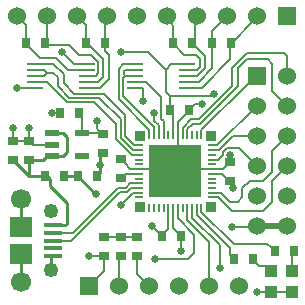
<source format=gtl>
G04*
G04 #@! TF.GenerationSoftware,Altium Limited,Altium Designer,20.1.10 (176)*
G04*
G04 Layer_Physical_Order=1*
G04 Layer_Color=255*
%FSLAX25Y25*%
%MOIN*%
G70*
G04*
G04 #@! TF.SameCoordinates,6E20D0A3-D42C-41D8-968C-EC961EFE1350*
G04*
G04*
G04 #@! TF.FilePolarity,Positive*
G04*
G01*
G75*
%ADD14C,0.00800*%
%ADD16C,0.01000*%
%ADD19R,0.04000X0.04000*%
%ADD20R,0.03150X0.03543*%
%ADD21R,0.05906X0.01575*%
%ADD22R,0.07480X0.07087*%
G04:AMPARAMS|DCode=23|XSize=35.43mil|YSize=35.43mil|CornerRadius=8.86mil|HoleSize=0mil|Usage=FLASHONLY|Rotation=90.000|XOffset=0mil|YOffset=0mil|HoleType=Round|Shape=RoundedRectangle|*
%AMROUNDEDRECTD23*
21,1,0.03543,0.01772,0,0,90.0*
21,1,0.01772,0.03543,0,0,90.0*
1,1,0.01772,0.00886,0.00886*
1,1,0.01772,0.00886,-0.00886*
1,1,0.01772,-0.00886,-0.00886*
1,1,0.01772,-0.00886,0.00886*
%
%ADD23ROUNDEDRECTD23*%
%ADD24O,0.03150X0.00787*%
%ADD25O,0.00787X0.03150*%
%ADD26R,0.17717X0.17717*%
%ADD27O,0.05512X0.00984*%
%ADD28R,0.03543X0.03150*%
%ADD29R,0.05000X0.02000*%
%ADD47C,0.02000*%
%ADD48C,0.06000*%
%ADD49R,0.06000X0.06000*%
%ADD50C,0.06693*%
%ADD51C,0.04921*%
%ADD52R,0.06000X0.06000*%
%ADD53C,0.02500*%
D14*
X85000Y3000D02*
X89500D01*
X76026Y15175D02*
X77201Y14000D01*
X76026Y15175D02*
Y17474D01*
X64888Y28612D02*
X76026Y17474D01*
X72500Y11000D02*
Y18520D01*
X63307Y27713D02*
X72500Y18520D01*
X64882Y30882D02*
X64888Y30876D01*
Y28612D02*
Y30876D01*
X66457Y29713D02*
Y30882D01*
Y29713D02*
X77170Y19000D01*
X88350D01*
X76500Y24500D02*
X84500D01*
X85000Y25000D01*
X90850Y16500D02*
Y16697D01*
X89676Y17872D02*
X90850Y16697D01*
X89479Y17872D02*
X89676D01*
X88350Y19000D02*
X89479Y17872D01*
X96500Y10000D02*
Y15850D01*
X97150Y16500D01*
X87900Y11600D02*
X89500Y10000D01*
X85703Y11600D02*
X87900D01*
X83500Y13803D02*
X85703Y11600D01*
X83500Y13803D02*
Y14000D01*
X89500Y3000D02*
X96500D01*
X66457Y55291D02*
Y56853D01*
X76150Y85500D02*
Y85697D01*
X70000Y77500D02*
Y85453D01*
X69850Y89850D02*
X75000Y95000D01*
X69850Y85500D02*
Y89850D01*
X66563Y71063D02*
X76000Y80500D01*
Y85000D01*
X76150Y85697D02*
X83953Y93500D01*
X66457Y56853D02*
X82003Y72400D01*
X63307Y27713D02*
Y30882D01*
X38684Y37684D02*
X41184D01*
X17035Y22559D02*
X23559D01*
X38684Y37684D01*
X23000Y20000D02*
X39284Y36284D01*
X41784D01*
X17035Y20000D02*
X23000D01*
X62150Y63500D02*
X64150Y65500D01*
X66500D01*
X65489Y60469D02*
X76500Y71480D01*
X66069Y59069D02*
X78500Y71500D01*
X63539Y59069D02*
X66069D01*
X78500Y71500D02*
Y77500D01*
X62959Y60469D02*
X65489D01*
X76500Y71480D02*
Y77500D01*
X16500Y62500D02*
X19350D01*
X78500Y33000D02*
X80000Y34500D01*
X76000Y33000D02*
X78500D01*
X76500Y30000D02*
X87000D01*
X72075Y34425D02*
X76500Y30000D01*
X73000Y36000D02*
X76000Y33000D01*
X77000Y37500D02*
Y38850D01*
X80000Y37500D02*
X82500Y40000D01*
X80000Y34500D02*
Y37500D01*
X90000Y50000D02*
X93500Y53500D01*
X90000Y43000D02*
Y50000D01*
X87000Y40000D02*
X90000Y43000D01*
Y40000D02*
X94500Y44500D01*
X90000Y33000D02*
Y40000D01*
X87000Y30000D02*
X90000Y33000D01*
X82500Y40000D02*
X87000D01*
X73354Y42299D02*
X76153Y39500D01*
X76350D02*
X77000Y38850D01*
X70000Y34425D02*
X72075D01*
X76153Y39500D02*
X76350D01*
X70000Y36000D02*
X73000D01*
X76000Y39850D02*
X76350Y39500D01*
X94500Y44500D02*
X95500D01*
X69650Y68150D02*
X70500Y69000D01*
X55850Y68150D02*
X69650D01*
X57008Y24339D02*
X60000Y21347D01*
X39500Y31880D02*
X43613Y35994D01*
X39500Y31825D02*
Y31880D01*
X45584Y35994D02*
X45591Y36000D01*
X43613Y35994D02*
X45584D01*
X45591Y43874D02*
X57008D01*
X57795Y43087D01*
X58583Y43874D02*
Y55291D01*
X57795Y43087D02*
X58583Y43874D01*
X70000D01*
X54500Y69500D02*
Y77000D01*
X39500Y83000D02*
X48500D01*
X54500Y77000D02*
Y77000D01*
X48500Y83000D02*
X54500Y77000D01*
X56437Y78937D02*
X61661D01*
X54500Y77000D02*
X56437Y78937D01*
X65035Y75035D02*
X67500Y77500D01*
X63150Y85803D02*
X67500Y81453D01*
Y77500D02*
Y81453D01*
X56850Y85803D02*
X60654Y82000D01*
X64500D01*
X66000Y80500D01*
Y78000D02*
Y80500D01*
X65004Y77004D02*
X66000Y78000D01*
X61661Y76968D02*
X61697Y77004D01*
X65004D01*
X59650Y16650D02*
Y21500D01*
X49850Y25000D02*
X50047D01*
X53350Y21697D01*
Y21500D02*
Y21697D01*
X34150Y94150D02*
X35000Y95000D01*
X34150Y86000D02*
Y94150D01*
Y83350D02*
Y86000D01*
Y83350D02*
X35500Y82000D01*
Y74000D02*
Y82000D01*
X27850Y86303D02*
X33500Y80654D01*
X27850Y86303D02*
Y91911D01*
Y86000D02*
Y86303D01*
X25000Y94761D02*
X27850Y91911D01*
X25000Y94761D02*
Y95000D01*
X12500Y81000D02*
X18000D01*
X7850Y86000D02*
X9025Y84825D01*
Y84475D02*
Y84825D01*
Y84475D02*
X12500Y81000D01*
X7850Y86000D02*
Y91911D01*
X5000Y94761D02*
X7850Y91911D01*
X5000Y94761D02*
Y95000D01*
X4937Y71063D02*
X10839D01*
X47000Y66500D02*
Y70616D01*
X44339Y71063D02*
X46553D01*
X47000Y70616D01*
X76500Y77500D02*
X81500Y82500D01*
X78500Y77500D02*
X81500Y80500D01*
X65531Y73032D02*
X70000Y77500D01*
X56850Y86000D02*
Y91742D01*
X55000Y93593D02*
X56850Y91742D01*
X55000Y93593D02*
Y95000D01*
X56850Y85803D02*
Y86000D01*
X64324Y87175D02*
Y94324D01*
X63150Y86000D02*
X64324Y87175D01*
Y94324D02*
X65000Y95000D01*
X63150Y85803D02*
Y86000D01*
X61661Y75000D02*
X61697Y75035D01*
X65035D01*
X53000Y60684D02*
Y68000D01*
X38900Y67087D02*
Y77400D01*
X14968Y73032D02*
X21000Y67000D01*
X21020D01*
X21748Y66272D01*
X30728D01*
X38000Y59000D01*
X22328Y67672D02*
X32328D01*
X39500Y60500D01*
X18500Y71500D02*
X22328Y67672D01*
X23928Y69072D02*
X33928D01*
X32563Y71063D02*
X35500Y74000D01*
X28161Y71063D02*
X32563D01*
X22250Y85250D02*
X25500Y82000D01*
X14150Y85500D02*
X15000Y86350D01*
X24063Y78937D02*
X28161D01*
X20000Y83000D02*
X24063Y78937D01*
X14150Y85500D02*
X14400Y85250D01*
X22250D01*
X25500Y82000D02*
X29472D01*
X18000Y81000D02*
X22031Y76968D01*
X28161D01*
X15000Y86350D02*
Y95000D01*
X29472Y82000D02*
X31917Y79555D01*
Y75786D02*
Y79555D01*
X31167Y75035D02*
X31917Y75786D01*
X28197Y75035D02*
X31167D01*
X28161Y75000D02*
X28197Y75035D01*
X39500Y54293D02*
Y60500D01*
X40300Y68200D02*
Y74300D01*
X38900Y67087D02*
X49134Y56853D01*
X40300Y68200D02*
X50702Y57798D01*
Y55298D02*
Y57798D01*
X49134Y55291D02*
Y56853D01*
X41000Y54776D02*
Y62000D01*
X33928Y69072D02*
X41000Y62000D01*
X20500Y72500D02*
X23928Y69072D01*
X10839Y73032D02*
X14968D01*
X10839Y75000D02*
X10874Y75035D01*
X14035D01*
X15000Y76000D01*
X10839Y76968D02*
X10874Y76933D01*
X14067D01*
X15000Y76000D01*
X17000D01*
X18500Y74500D01*
Y71500D02*
Y74500D01*
X31500Y57650D02*
Y60000D01*
X32128Y56824D02*
Y57021D01*
X38000Y53813D02*
Y59000D01*
X31500Y57650D02*
X32128Y57021D01*
X38000Y53813D02*
X43208Y48605D01*
X10839Y78937D02*
X17063D01*
X20500Y75500D01*
Y72500D02*
Y75500D01*
X44028Y51748D02*
X45591D01*
X41000Y54776D02*
X44028Y51748D01*
X45584Y50179D02*
X45591Y50173D01*
X43208Y48605D02*
X45584D01*
X39500Y54293D02*
X43613Y50179D01*
X45584D01*
Y48605D02*
X45591Y48598D01*
X33500Y74500D02*
Y80654D01*
X32032Y73032D02*
X33500Y74500D01*
X27850Y85303D02*
Y85500D01*
X28161Y73032D02*
X32032D01*
X82003Y72400D02*
X82400D01*
X85000Y75000D01*
X61739Y57269D02*
X63539Y59069D01*
X60164Y57674D02*
X62959Y60469D01*
X84814Y65000D02*
X85000D01*
X71562Y51748D02*
X84814Y65000D01*
X70000Y51748D02*
X71562D01*
X77020Y55000D02*
X85000D01*
X72200Y50179D02*
X77020Y55000D01*
X70000Y50173D02*
X70006Y50179D01*
X72200D01*
X79000Y51000D02*
X85000Y45000D01*
X75000Y51000D02*
X79000D01*
X73500Y49500D02*
X75000Y51000D01*
X73500Y48500D02*
Y49500D01*
X76000Y46150D02*
Y48500D01*
X72030Y47030D02*
X73500Y48500D01*
X70000Y47024D02*
X70006Y47030D01*
X72030D01*
X90000Y70000D02*
X95000Y65000D01*
X90000Y70000D02*
Y79000D01*
X88500Y80500D02*
X90000Y79000D01*
X81500Y80500D02*
X88500D01*
X61739Y55298D02*
Y57269D01*
X61732Y55291D02*
X61739Y55298D01*
X60164D02*
Y57674D01*
X57008Y55291D02*
Y62343D01*
X55850Y63500D02*
X57008Y62343D01*
X58583Y55291D02*
Y59736D01*
X62150Y63303D01*
Y63500D01*
X95000Y75000D02*
Y81500D01*
X94000Y82500D02*
X95000Y81500D01*
X81500Y82500D02*
X94000D01*
X61661Y71063D02*
X66563D01*
X60158Y55291D02*
X60164Y55298D01*
X54500Y69500D02*
X55850Y68150D01*
Y63500D02*
Y68150D01*
X26500Y55750D02*
X33203D01*
X33303Y55650D01*
X32128Y56824D02*
X33203Y55750D01*
X33303Y55650D02*
X33500D01*
X26500Y55750D02*
Y61650D01*
X25650Y62500D02*
X26500Y61650D01*
X3500Y53150D02*
X9000D01*
X10150Y52000D02*
X16500D01*
X9000Y53150D02*
X10150Y52000D01*
X9000Y53150D02*
Y57500D01*
X3500Y53150D02*
Y57500D01*
X40300Y74300D02*
X40965Y74965D01*
X38900Y77400D02*
X40437Y78937D01*
X40500Y75500D02*
Y76500D01*
X44303Y76933D02*
X44339Y76968D01*
X40933Y76933D02*
X44303D01*
X40500Y76500D02*
X40933Y76933D01*
X40500Y75500D02*
X40965Y75035D01*
Y74965D02*
Y75035D01*
X40437Y78937D02*
X44339D01*
X44303Y74965D02*
X44339Y75000D01*
X40965Y74965D02*
X44303D01*
X50702Y55298D02*
X50709Y55291D01*
X50500Y62500D02*
X50792Y62208D01*
Y60050D02*
Y62208D01*
Y60050D02*
X52284Y58558D01*
Y55291D02*
Y58558D01*
X44339Y73032D02*
X47969D01*
X53000Y68000D01*
Y60684D02*
X53858Y59825D01*
Y55291D02*
Y59825D01*
X28850Y14850D02*
X34000D01*
X51000Y14000D02*
X62000D01*
X64000Y16000D01*
Y22000D01*
X58583Y27417D02*
X64000Y22000D01*
X58583Y27417D02*
Y30882D01*
X69000Y5000D02*
Y19500D01*
X61732Y26768D02*
X69000Y19500D01*
X61732Y26768D02*
Y30882D01*
X45000Y9000D02*
Y14850D01*
Y9000D02*
X49000Y5000D01*
X39000Y14350D02*
X39500Y14850D01*
X39000Y5000D02*
Y14350D01*
X39500Y21150D02*
X45000D01*
X34000D02*
X39500D01*
X29000Y5000D02*
X34000Y10000D01*
Y14850D01*
X41784Y36284D02*
X43069Y37569D01*
X41184Y37684D02*
X42650Y39150D01*
X45584Y37569D02*
X45591Y37575D01*
X43069Y37569D02*
X45584D01*
X42650Y39150D02*
X45591D01*
X41146Y42299D02*
X45591D01*
X39697Y40850D02*
X41146Y42299D01*
X39500Y40850D02*
X39697D01*
X42776Y43874D02*
X45591D01*
X40872Y45778D02*
X42776Y43874D01*
X40872Y45778D02*
Y45975D01*
X39697Y47150D02*
X40872Y45975D01*
X39500Y47150D02*
X39697D01*
X59000Y5000D02*
X59670Y5670D01*
X55433Y23779D02*
Y30882D01*
X53654Y22000D02*
X55433Y23779D01*
X53500Y22000D02*
X53654D01*
X57008Y24339D02*
Y30882D01*
X60000Y21000D02*
Y21347D01*
X83953Y93500D02*
X85500D01*
X61661Y73032D02*
X65531D01*
X70000Y42299D02*
X73354D01*
X75653Y46000D02*
X76000D01*
X70000Y43874D02*
X73527D01*
X75653Y46000D01*
X93500Y53500D02*
Y54500D01*
D16*
X25350Y41303D02*
Y41500D01*
Y41303D02*
X31154Y35500D01*
X16500Y48250D02*
X20250D01*
X21500Y49500D01*
Y54500D01*
X20250Y55750D02*
X21500Y54500D01*
X16500Y55750D02*
X20250D01*
X9000Y46850D02*
X13600D01*
X15000Y48250D01*
X16500D01*
X3697Y46850D02*
X9000Y41547D01*
Y46850D01*
Y41547D02*
X9047Y41500D01*
X14850D01*
X3500Y46850D02*
X3697D01*
X32724Y48575D02*
X33500Y49350D01*
X32724Y45276D02*
Y48575D01*
Y42575D02*
Y45276D01*
X31650Y41500D02*
X32724Y42575D01*
X21150Y41500D02*
X25350D01*
X14850D02*
X15925Y40425D01*
Y38075D02*
Y40425D01*
Y38075D02*
X21500Y32500D01*
Y25704D02*
Y32500D01*
X17035Y25118D02*
X20914D01*
X21500Y25704D01*
X16535Y14882D02*
X17035D01*
X16248Y14594D02*
X16535Y14882D01*
X16248Y10158D02*
Y14594D01*
X6209Y6221D02*
Y15472D01*
Y24528D02*
Y33779D01*
D19*
X89500Y3000D02*
D03*
Y10000D02*
D03*
X96500Y3000D02*
D03*
Y10000D02*
D03*
D20*
X97150Y16500D02*
D03*
X90850D02*
D03*
X83500Y14000D02*
D03*
X77201D02*
D03*
X69850Y86000D02*
D03*
X76150D02*
D03*
X14150D02*
D03*
X7850D02*
D03*
X55850Y63500D02*
D03*
X62150D02*
D03*
X59650Y21500D02*
D03*
X53350D02*
D03*
X34150Y86000D02*
D03*
X27850D02*
D03*
X25650Y62500D02*
D03*
X19350D02*
D03*
X20650Y41500D02*
D03*
X14350D02*
D03*
X31650D02*
D03*
X25350D02*
D03*
X63150Y86000D02*
D03*
X56850D02*
D03*
D21*
X17035Y25118D02*
D03*
Y22559D02*
D03*
Y20000D02*
D03*
Y17441D02*
D03*
Y14882D02*
D03*
D22*
X6209Y15472D02*
D03*
Y24528D02*
D03*
D23*
X45984Y54898D02*
D03*
Y31276D02*
D03*
X69606D02*
D03*
Y54898D02*
D03*
D24*
X45591Y51748D02*
D03*
Y50173D02*
D03*
Y48598D02*
D03*
Y47024D02*
D03*
Y45449D02*
D03*
Y43874D02*
D03*
Y42299D02*
D03*
Y40724D02*
D03*
Y39150D02*
D03*
Y37575D02*
D03*
Y36000D02*
D03*
Y34425D02*
D03*
X70000D02*
D03*
Y36000D02*
D03*
Y37575D02*
D03*
Y39150D02*
D03*
Y40724D02*
D03*
Y42299D02*
D03*
Y43874D02*
D03*
Y45449D02*
D03*
Y47024D02*
D03*
Y48598D02*
D03*
Y50173D02*
D03*
Y51748D02*
D03*
D25*
X49134Y30882D02*
D03*
X50709D02*
D03*
X52284D02*
D03*
X53858D02*
D03*
X55433D02*
D03*
X57008D02*
D03*
X58583D02*
D03*
X60158D02*
D03*
X61732D02*
D03*
X63307D02*
D03*
X64882D02*
D03*
X66457D02*
D03*
Y55291D02*
D03*
X64882D02*
D03*
X63307D02*
D03*
X61732D02*
D03*
X60158D02*
D03*
X58583D02*
D03*
X57008D02*
D03*
X55433D02*
D03*
X53858D02*
D03*
X52284D02*
D03*
X50709D02*
D03*
X49134D02*
D03*
D26*
X57795Y43087D02*
D03*
D27*
X44339Y78937D02*
D03*
Y76968D02*
D03*
Y75000D02*
D03*
Y73032D02*
D03*
Y71063D02*
D03*
X61661Y78937D02*
D03*
Y76968D02*
D03*
Y75000D02*
D03*
Y73032D02*
D03*
Y71063D02*
D03*
X10839Y78937D02*
D03*
Y76968D02*
D03*
Y75000D02*
D03*
Y73032D02*
D03*
Y71063D02*
D03*
X28161Y78937D02*
D03*
Y76968D02*
D03*
Y75000D02*
D03*
Y73032D02*
D03*
Y71063D02*
D03*
D28*
X39500Y21150D02*
D03*
Y14850D02*
D03*
X45000Y21150D02*
D03*
Y14850D02*
D03*
X34000D02*
D03*
Y21150D02*
D03*
X3500Y46850D02*
D03*
Y53150D02*
D03*
X9000Y46850D02*
D03*
Y53150D02*
D03*
X39500Y40850D02*
D03*
Y47150D02*
D03*
X33500Y55650D02*
D03*
Y49350D02*
D03*
X76000Y39850D02*
D03*
Y46150D02*
D03*
D29*
X26500Y55750D02*
D03*
Y48250D02*
D03*
X16500D02*
D03*
Y52000D02*
D03*
Y55750D02*
D03*
D47*
X85000Y25000D02*
X95000D01*
D48*
X85000D02*
D03*
X95000D02*
D03*
X85000Y35000D02*
D03*
Y45000D02*
D03*
Y65000D02*
D03*
Y55000D02*
D03*
X95000D02*
D03*
Y65000D02*
D03*
Y75000D02*
D03*
Y45000D02*
D03*
Y35000D02*
D03*
X5000Y95000D02*
D03*
X15000D02*
D03*
X25000D02*
D03*
X35000D02*
D03*
X45000D02*
D03*
X55000D02*
D03*
X65000D02*
D03*
X85000D02*
D03*
X75000D02*
D03*
X49000Y5000D02*
D03*
X39000D02*
D03*
X59000D02*
D03*
X69000D02*
D03*
X79000D02*
D03*
D49*
X85000Y75000D02*
D03*
D50*
X6209Y6221D02*
D03*
Y33779D02*
D03*
D51*
X16248Y29842D02*
D03*
Y10158D02*
D03*
D52*
X95000Y95000D02*
D03*
X29000Y5000D02*
D03*
D53*
X85000Y3000D02*
D03*
X76500Y24500D02*
D03*
X66500Y65500D02*
D03*
X16500Y62500D02*
D03*
X77000Y37500D02*
D03*
X70500Y69000D02*
D03*
X39500Y31825D02*
D03*
Y83000D02*
D03*
X59650Y16650D02*
D03*
X49850Y25000D02*
D03*
X4937Y71063D02*
D03*
X47000Y66500D02*
D03*
X20000Y83000D02*
D03*
X31500Y60000D02*
D03*
X76000Y48500D02*
D03*
X31154Y35500D02*
D03*
X9000Y57500D02*
D03*
X3500D02*
D03*
X50500Y62500D02*
D03*
X28850Y14850D02*
D03*
X51000Y14000D02*
D03*
X72500Y11000D02*
D03*
X32724Y45276D02*
D03*
M02*

</source>
